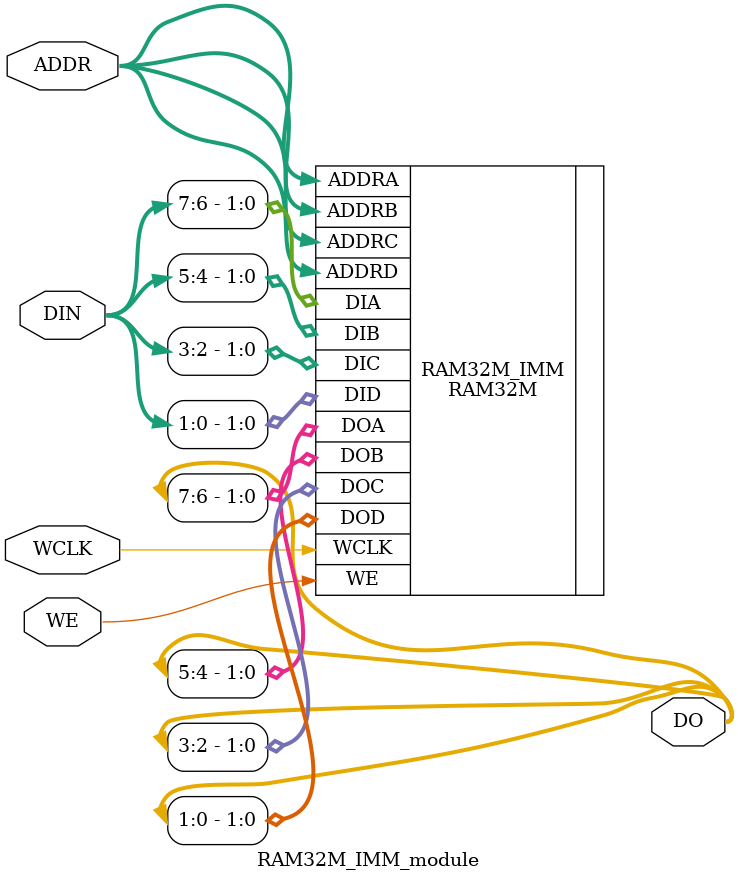
<source format=v>

module RAM32M_IMM_module
	(
		WCLK,
		WE,
		ADDR,
		DIN,
		DO
	);
	
input			WCLK,WE ;
input	[4:0]	ADDR ;
input	[7:0]	DIN ;
output	[7:0]	DO ;
	
	// RAM32M: 32-deep by 8-wide Multi Port LUT RAM
	// Virtex-6
	// Xilinx HDL Libraries Guide, version 12.3
	RAM32M #(
		.INIT_A(64'h1111111111111111), 	// Initial contents of A Port
		.INIT_B(64'h2222222222222222), 	// Initial contents of B Port
		.INIT_C(64'h3333333333333333), 	// Initial contents of C Port
		.INIT_D(64'h4444444444444444) 	// Initial contents of D Port
	) RAM32M_IMM (
		.DOA(DO[7:6]), 					// Read port A 2-bit output
		.DOB(DO[5:4]), 					// Read port B 2-bit output
		.DOC(DO[3:2]), 					// Read port C 2-bit output
		.DOD(DO[1:0]), 					// Read/rite port D 2-bit output
		.ADDRA(ADDR), 					// Read port A 5-bit address input
		.ADDRB(ADDR), 					// Read port B 5-bit address input
		.ADDRC(ADDR), 					// Read port C 5-bit address input
		.ADDRD(ADDR), 					// Read/rite port D 5-bit address input
		
		.DIA(DIN[7:6]), 				// RAM 2-bit data write input addressed by ADDRD,
		
		// read addressed by ADDRA
		.DIB(DIN[5:4]), 				// RAM 2-bit data write input addressed by ADDRD,
		
		// read addressed by ADDRB
		.DIC(DIN[3:2]), 				// RAM 2-bit data write input addressed by ADDRD,
		
		// read addressed by ADDRC
		.DID(DIN[1:0]), 				// RAM 2-bit data write input addressed by ADDRD,
		
		// read addressed by ADDRD
		.WCLK(WCLK), 					// Write clock input
		.WE(WE) 						// Write enable input
	);
	// End of RAM32M_inst instantiation
//------------------------------------------------------------------------------------------	
endmodule 

</source>
